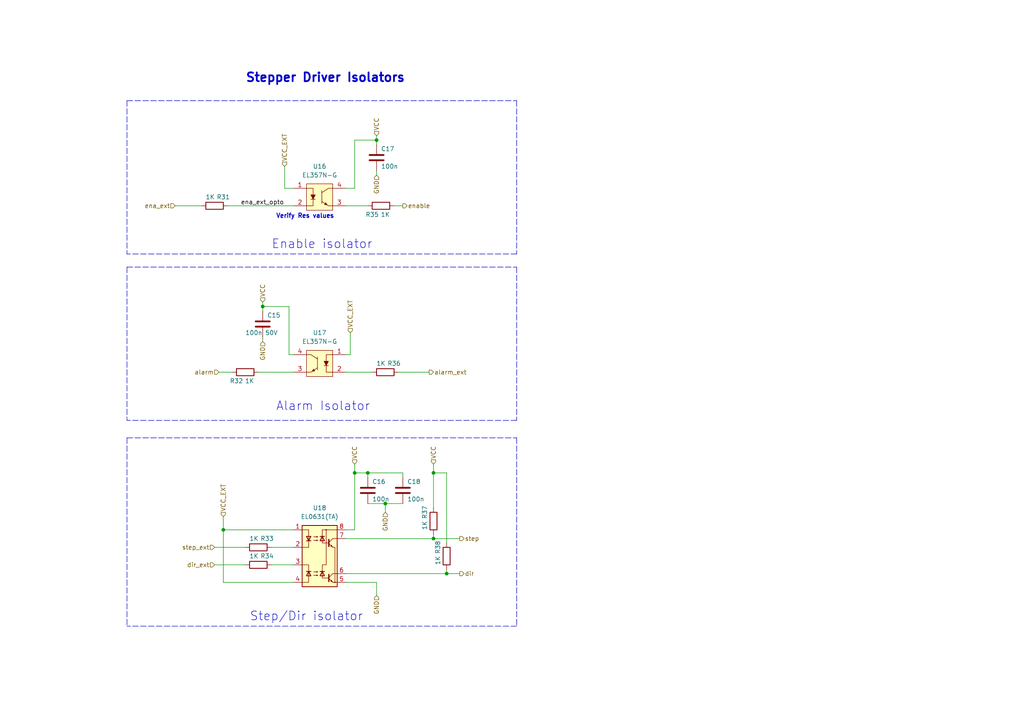
<source format=kicad_sch>
(kicad_sch (version 20211123) (generator eeschema)
  (paper "A4")
  (lib_symbols
    (symbol "Device:C" (pin_numbers hide) (pin_names (offset 0.254))
      (property "Reference" "C" (at 0.635 2.54 0))
      (property "Value" "C" (at 0.635 -2.54 0))
      (symbol "C_0_1"
        (polyline (pts (xy -2.032 -0.762) (xy 2.032 -0.762)) (stroke (width 0.508)))
        (polyline (pts (xy -2.032 0.762) (xy 2.032 0.762)) (stroke (width 0.508)))
      )
      (symbol "C_1_1"
        (pin passive line (at 0 3.81 270) (length 2.794) (name "~") (number "1"))
        (pin passive line (at 0 -3.81 90) (length 2.794) (name "~") (number "2"))
      )
    )
    (symbol "Device:R" (pin_numbers hide) (pin_names (offset 0))
      (property "Reference" "R" (at 2.032 0 90))
      (property "Value" "R" (at 0 0 90))
      (symbol "R_0_1"
        (rectangle (start -1.016 -2.54) (end 1.016 2.54) (stroke (width 0.254)))
      )
      (symbol "R_1_1"
        (pin passive line (at 0 3.81 270) (length 1.27) (name "~") (number "1"))
        (pin passive line (at 0 -3.81 90) (length 1.27) (name "~") (number "2"))
      )
    )
    (symbol "Isolator:PS8802-2" (pin_names hide)
      (property "Reference" "U" (at -5.08 10.16 0))
      (property "Value" "PS8802-2" (at 0 10.16 0))
      (symbol "PS8802-2_0_1"
        (rectangle (start -5.08 8.89) (end 5.08 -8.89) (stroke (width 0.254)) (fill (type background)))
        (polyline (pts (xy -3.81 -4.445) (xy -2.54 -4.445)) (stroke (width 0.254)))
        (polyline (pts (xy -3.81 4.445) (xy -2.54 4.445)) (stroke (width 0.254)))
        (polyline (pts (xy 0.762 -6.35) (xy 0.762 -5.715)))
        (polyline (pts (xy 1.397 -4.445) (xy 0.127 -4.445)) (stroke (width 0.254)))
        (polyline (pts (xy 1.397 5.715) (xy 0.127 5.715)) (stroke (width 0.254)))
        (polyline (pts (xy 2.667 -6.477) (xy 3.81 -7.62)))
        (polyline (pts (xy 2.667 -6.223) (xy 3.81 -5.08)))
        (polyline (pts (xy 2.667 3.683) (xy 3.81 2.54)))
        (polyline (pts (xy 2.667 3.937) (xy 3.81 5.08)))
        (polyline (pts (xy 3.81 -7.62) (xy 5.08 -7.62)))
        (polyline (pts (xy 3.81 -5.08) (xy 5.08 -5.08)))
        (polyline (pts (xy 3.81 2.54) (xy 4.445 2.54)))
        (polyline (pts (xy 3.81 5.08) (xy 5.08 5.08)))
        (polyline (pts (xy 4.445 2.54) (xy 4.445 -7.62)))
        (polyline (pts (xy 0.762 -6.35) (xy 1.905 -6.35) (xy 2.54 -6.35)))
        (polyline (pts (xy 0.762 4.445) (xy 0.762 7.62) (xy 5.08 7.62)))
        (polyline (pts (xy 2.667 -5.334) (xy 2.667 -7.366) (xy 2.667 -7.366)) (stroke (width 0.3556)))
        (polyline (pts (xy 2.667 4.826) (xy 2.667 2.794) (xy 2.667 2.794)) (stroke (width 0.3556)))
        (polyline (pts (xy -5.08 -2.54) (xy -3.175 -2.54) (xy -3.175 -7.62) (xy -5.08 -7.62)))
        (polyline (pts (xy -5.08 2.54) (xy -3.175 2.54) (xy -3.175 7.62) (xy -5.08 7.62)))
        (polyline (pts (xy -3.175 -4.445) (xy -3.81 -5.715) (xy -2.54 -5.715) (xy -3.175 -4.445)) (stroke (width 0.254)))
        (polyline (pts (xy -3.175 4.445) (xy -3.81 5.715) (xy -2.54 5.715) (xy -3.175 4.445)) (stroke (width 0.254)))
        (polyline (pts (xy 0.762 -5.715) (xy 0.762 -2.54) (xy 1.905 -2.54) (xy 1.905 7.62)))
        (polyline (pts (xy 0.762 -4.445) (xy 1.397 -5.715) (xy 0.127 -5.715) (xy 0.762 -4.445)) (stroke (width 0.254)))
        (polyline (pts (xy 0.762 4.445) (xy 0.762 3.81) (xy 1.905 3.81) (xy 2.54 3.81)))
        (polyline (pts (xy 0.762 5.715) (xy 1.397 4.445) (xy 0.127 4.445) (xy 0.762 5.715)) (stroke (width 0.254)))
        (polyline (pts (xy 3.683 -7.493) (xy 3.429 -6.985) (xy 3.175 -7.239) (xy 3.683 -7.493)))
        (polyline (pts (xy 3.683 2.667) (xy 3.429 3.175) (xy 3.175 2.921) (xy 3.683 2.667)))
        (polyline (pts (xy -1.778 -5.588) (xy -0.508 -5.588) (xy -0.889 -5.715) (xy -0.889 -5.461) (xy -0.508 -5.588)))
        (polyline (pts (xy -1.778 -4.572) (xy -0.508 -4.572) (xy -0.889 -4.699) (xy -0.889 -4.445) (xy -0.508 -4.572)))
        (polyline (pts (xy -1.778 4.572) (xy -0.508 4.572) (xy -0.889 4.445) (xy -0.889 4.699) (xy -0.508 4.572)))
        (polyline (pts (xy -1.778 5.588) (xy -0.508 5.588) (xy -0.889 5.461) (xy -0.889 5.715) (xy -0.508 5.588)))
        (circle (center 1.905 7.62) (radius 0.127))
        (circle (center 4.445 -7.62) (radius 0.127))
      )
      (symbol "PS8802-2_1_1"
        (pin passive line (at -7.62 7.62 0) (length 2.54) (name "A1") (number "1"))
        (pin passive line (at -7.62 2.54 0) (length 2.54) (name "C1") (number "2"))
        (pin passive line (at -7.62 -2.54 0) (length 2.54) (name "C2") (number "3"))
        (pin passive line (at -7.62 -7.62 0) (length 2.54) (name "A2") (number "4"))
        (pin passive line (at 7.62 -7.62 180) (length 2.54) (name "GND") (number "5"))
        (pin passive line (at 7.62 -5.08 180) (length 2.54) (name "VO2") (number "6"))
        (pin passive line (at 7.62 5.08 180) (length 2.54) (name "VO1") (number "7"))
        (pin passive line (at 7.62 7.62 180) (length 2.54) (name "VCC") (number "8"))
      )
    )
    (symbol "PersonnalSymbolLibrary:EL357N-G"
      (property "Reference" "U" (at -1.27 7.62 0))
      (property "Value" "EL357N-G" (at 0 5.08 0))
      (symbol "EL357N-G_0_1"
        (rectangle (start -3.81 3.81) (end 3.81 -3.81) (fill (type background)))
        (polyline (pts (xy -2.54 -0.635) (xy -1.27 -0.635)))
        (polyline (pts (xy 0.635 1.905) (xy 0.635 -1.905)))
        (polyline (pts (xy -3.81 -2.54) (xy -1.905 -2.54) (xy -1.905 -0.635)))
        (polyline (pts (xy -3.81 2.54) (xy -1.905 2.54) (xy -1.905 0.635)))
        (polyline (pts (xy 0.635 -1.27) (xy 2.54 -2.54) (xy 3.81 -2.54)))
        (polyline (pts (xy 0.635 1.27) (xy 2.54 2.54) (xy 3.81 2.54)))
        (polyline (pts (xy -2.54 0.635) (xy -1.27 0.635) (xy -1.905 -0.635) (xy -2.54 0.635)) (fill (type outline)))
        (polyline (pts (xy 2.159 -2.286) (xy 1.778 -1.651) (xy 1.397 -2.159) (xy 2.159 -2.286)) (fill (type outline)))
      )
      (symbol "EL357N-G_1_1"
        (pin passive line (at -7.62 2.54 0) (length 3.81) (name "~") (number "1"))
        (pin passive line (at -7.62 -2.54 0) (length 3.81) (name "~") (number "2"))
        (pin passive line (at 7.62 -2.54 180) (length 3.81) (name "~") (number "3"))
        (pin passive line (at 7.62 2.54 180) (length 3.81) (name "~") (number "4"))
      )
    )
    (symbol "QuarkCncQuadDriver:EL357N-G"
      (property "Reference" "U" (at -1.27 7.62 0))
      (property "Value" "EL357N-G" (at 0 5.08 0))
      (symbol "EL357N-G_0_1"
        (rectangle (start -3.81 3.81) (end 3.81 -3.81) (fill (type background)))
        (polyline (pts (xy -2.54 -0.635) (xy -1.27 -0.635)))
        (polyline (pts (xy 0.635 1.905) (xy 0.635 -1.905)))
        (polyline (pts (xy -3.81 -2.54) (xy -1.905 -2.54) (xy -1.905 -0.635)))
        (polyline (pts (xy -3.81 2.54) (xy -1.905 2.54) (xy -1.905 0.635)))
        (polyline (pts (xy 0.635 -1.27) (xy 2.54 -2.54) (xy 3.81 -2.54)))
        (polyline (pts (xy 0.635 1.27) (xy 2.54 2.54) (xy 3.81 2.54)))
        (polyline (pts (xy -2.54 0.635) (xy -1.27 0.635) (xy -1.905 -0.635) (xy -2.54 0.635)) (fill (type outline)))
        (polyline (pts (xy 2.159 -2.286) (xy 1.778 -1.651) (xy 1.397 -2.159) (xy 2.159 -2.286)) (fill (type outline)))
      )
      (symbol "EL357N-G_1_1"
        (pin passive line (at -7.62 2.54 0) (length 3.81) (name "~") (number "1"))
        (pin passive line (at -7.62 -2.54 0) (length 3.81) (name "~") (number "2"))
        (pin passive line (at 7.62 -2.54 180) (length 3.81) (name "~") (number "3"))
        (pin passive line (at 7.62 2.54 180) (length 3.81) (name "~") (number "4"))
      )
    )
  )
  (junction (at 129.54 166.37))
  (junction (at 64.77 153.67))
  (junction (at 109.22 40.64))
  (junction (at 125.73 137.16))
  (junction (at 111.76 146.05))
  (junction (at 106.68 137.16))
  (junction (at 102.87 137.16))
  (junction (at 76.2 88.9))
  (junction (at 125.73 156.21))
  (wire (pts (xy 64.77 149.86) (xy 64.77 153.67)))
  (polyline (pts (xy 149.86 181.61) (xy 36.83 181.61)))
  (wire (pts (xy 50.8 59.69) (xy 58.42 59.69)))
  (polyline (pts (xy 36.83 29.21) (xy 36.83 73.66)))
  (polyline (pts (xy 149.86 121.92) (xy 36.83 121.92)))
  (wire (pts (xy 100.33 168.91) (xy 109.22 168.91)))
  (wire (pts (xy 102.87 134.62) (xy 102.87 137.16)))
  (wire (pts (xy 64.77 153.67) (xy 64.77 168.91)))
  (polyline (pts (xy 149.86 29.21) (xy 149.86 73.66)))
  (wire (pts (xy 63.5 107.95) (xy 67.31 107.95)))
  (wire (pts (xy 109.22 40.64) (xy 109.22 41.91)))
  (wire (pts (xy 125.73 137.16) (xy 129.54 137.16)))
  (wire (pts (xy 78.74 158.75) (xy 85.09 158.75)))
  (wire (pts (xy 82.55 48.26) (xy 82.55 54.61)))
  (wire (pts (xy 76.2 97.79) (xy 76.2 99.06)))
  (polyline (pts (xy 36.83 127) (xy 36.83 181.61)))
  (wire (pts (xy 116.84 138.43) (xy 116.84 137.16)))
  (polyline (pts (xy 36.83 127) (xy 149.86 127)))
  (wire (pts (xy 125.73 137.16) (xy 125.73 147.32)))
  (polyline (pts (xy 149.86 77.47) (xy 149.86 121.92)))
  (wire (pts (xy 64.77 153.67) (xy 85.09 153.67)))
  (wire (pts (xy 101.6 96.52) (xy 101.6 102.87)))
  (wire (pts (xy 83.82 88.9) (xy 76.2 88.9)))
  (wire (pts (xy 78.74 163.83) (xy 85.09 163.83)))
  (wire (pts (xy 66.04 59.69) (xy 85.09 59.69)))
  (polyline (pts (xy 149.86 73.66) (xy 36.83 73.66)))
  (wire (pts (xy 111.76 146.05) (xy 116.84 146.05)))
  (polyline (pts (xy 36.83 77.47) (xy 36.83 121.92)))
  (polyline (pts (xy 36.83 77.47) (xy 149.86 77.47)))
  (wire (pts (xy 100.33 153.67) (xy 102.87 153.67)))
  (wire (pts (xy 109.22 39.37) (xy 109.22 40.64)))
  (wire (pts (xy 129.54 137.16) (xy 129.54 157.48)))
  (polyline (pts (xy 36.83 29.21) (xy 149.86 29.21)))
  (wire (pts (xy 100.33 54.61) (xy 102.87 54.61)))
  (wire (pts (xy 106.68 137.16) (xy 106.68 138.43)))
  (wire (pts (xy 129.54 166.37) (xy 133.35 166.37)))
  (wire (pts (xy 102.87 40.64) (xy 109.22 40.64)))
  (wire (pts (xy 106.68 137.16) (xy 116.84 137.16)))
  (wire (pts (xy 100.33 166.37) (xy 129.54 166.37)))
  (wire (pts (xy 115.57 107.95) (xy 124.46 107.95)))
  (wire (pts (xy 100.33 107.95) (xy 107.95 107.95)))
  (wire (pts (xy 83.82 88.9) (xy 83.82 102.87)))
  (wire (pts (xy 111.76 146.05) (xy 111.76 148.59)))
  (wire (pts (xy 125.73 154.94) (xy 125.73 156.21)))
  (wire (pts (xy 62.23 163.83) (xy 71.12 163.83)))
  (wire (pts (xy 100.33 102.87) (xy 101.6 102.87)))
  (polyline (pts (xy 149.86 127) (xy 149.86 181.61)))
  (wire (pts (xy 100.33 59.69) (xy 106.68 59.69)))
  (wire (pts (xy 62.23 158.75) (xy 71.12 158.75)))
  (wire (pts (xy 82.55 54.61) (xy 85.09 54.61)))
  (wire (pts (xy 102.87 137.16) (xy 102.87 153.67)))
  (wire (pts (xy 109.22 168.91) (xy 109.22 172.72)))
  (wire (pts (xy 102.87 137.16) (xy 106.68 137.16)))
  (wire (pts (xy 74.93 107.95) (xy 85.09 107.95)))
  (wire (pts (xy 100.33 156.21) (xy 125.73 156.21)))
  (wire (pts (xy 129.54 165.1) (xy 129.54 166.37)))
  (wire (pts (xy 106.68 146.05) (xy 111.76 146.05)))
  (wire (pts (xy 76.2 88.9) (xy 76.2 90.17)))
  (wire (pts (xy 76.2 87.63) (xy 76.2 88.9)))
  (wire (pts (xy 64.77 168.91) (xy 85.09 168.91)))
  (wire (pts (xy 114.3 59.69) (xy 116.84 59.69)))
  (wire (pts (xy 125.73 134.62) (xy 125.73 137.16)))
  (wire (pts (xy 125.73 156.21) (xy 133.35 156.21)))
  (wire (pts (xy 109.22 49.53) (xy 109.22 50.8)))
  (wire (pts (xy 102.87 54.61) (xy 102.87 40.64)))
  (wire (pts (xy 85.09 102.87) (xy 83.82 102.87)))
  (text "Stepper Driver Isolators" (at 71.12 24.13 0) (effects (font (size 2.54 2.54) bold) (justify left bottom)))
  (text "Enable isolator" (at 78.74 72.39 0) (effects (font (size 2.54 2.54)) (justify left bottom)))
  (text "Step/Dir isolator" (at 72.39 180.34 0) (effects (font (size 2.54 2.54)) (justify left bottom)))
  (text "Alarm Isolator" (at 80.01 119.38 0) (effects (font (size 2.54 2.54)) (justify left bottom)))
  (text "Verify Res values" (at 80.01 63.5 0) (effects (font (size 1.27 1.27) (thickness 0.254) bold) (justify left bottom)))
  (label "ena_ext_opto" (at 69.85 59.69 0))
  (hierarchical_label "step" (shape output) (at 133.35 156.21 0))
  (hierarchical_label "enable" (shape output) (at 116.84 59.69 0))
  (hierarchical_label "VCC" (shape input) (at 125.73 134.62 90))
  (hierarchical_label "VCC_EXT" (shape input) (at 82.55 48.26 90))
  (hierarchical_label "ena_ext" (shape input) (at 50.8 59.69 180))
  (hierarchical_label "VCC" (shape input) (at 76.2 87.63 90))
  (hierarchical_label "dir_ext" (shape input) (at 62.23 163.83 180))
  (hierarchical_label "GND" (shape input) (at 109.22 50.8 270))
  (hierarchical_label "VCC_EXT" (shape input) (at 64.77 149.86 90))
  (hierarchical_label "step_ext" (shape input) (at 62.23 158.75 180))
  (hierarchical_label "VCC" (shape input) (at 102.87 134.62 90))
  (hierarchical_label "GND" (shape input) (at 111.76 148.59 270))
  (hierarchical_label "VCC" (shape input) (at 109.22 39.37 90))
  (hierarchical_label "alarm_ext" (shape output) (at 124.46 107.95 0))
  (hierarchical_label "GND" (shape input) (at 109.22 172.72 270))
  (hierarchical_label "dir" (shape output) (at 133.35 166.37 0))
  (hierarchical_label "VCC_EXT" (shape input) (at 101.6 96.52 90))
  (hierarchical_label "alarm" (shape input) (at 63.5 107.95 180))
  (hierarchical_label "GND" (shape input) (at 76.2 99.06 270))
  (symbol (lib_id "Device:R") (at 110.49 59.69 270) (unit 1)
    (property "Reference" "R35" (at 107.95 62.23 90))
    (property "Value" "1K" (at 111.76 62.23 90))
    (property "Footprint" "Resistor_SMD:R_0402_1005Metric" (effects hide))
    (property "LCSC" "C11702" (effects hide))
  )
  (symbol (lib_id "PersonnalSymbolLibrary:EL357N-G") (at 92.71 105.41 0) (mirror y) (unit 1)
    (property "Reference" "U17" (at 92.71 96.52 0))
    (property "Value" "EL357N-G" (at 92.71 99.06 0))
    (property "Footprint" "ELM357N-G:SOP254P700X200-4N" (effects hide))
    (property "LCSC" "C6649" (effects hide))
  )
  (symbol (lib_id "Device:R") (at 129.54 161.29 180) (unit 1)
    (property "Reference" "R38" (at 127 158.75 90))
    (property "Value" "1K" (at 127 162.56 90))
    (property "Footprint" "Resistor_SMD:R_0402_1005Metric" (effects hide))
    (property "LCSC" "C11702" (effects hide))
  )
  (symbol (lib_id "Device:R") (at 74.93 163.83 90) (unit 1)
    (property "Reference" "R34" (at 77.47 161.29 90))
    (property "Value" "1K" (at 73.66 161.29 90))
    (property "Footprint" "Resistor_SMD:R_0402_1005Metric" (effects hide))
    (property "LCSC" "C11702" (effects hide))
  )
  (symbol (lib_id "Device:R") (at 71.12 107.95 270) (unit 1)
    (property "Reference" "R32" (at 68.58 110.49 90))
    (property "Value" "1K" (at 72.39 110.49 90))
    (property "Footprint" "Resistor_SMD:R_0402_1005Metric" (effects hide))
    (property "LCSC" "C11702" (effects hide))
  )
  (symbol (lib_id "Device:C") (at 106.68 142.24 0) (unit 1)
    (property "Reference" "C16" (at 107.95 139.7 0) (effects (justify left)))
    (property "Value" "100n" (at 107.95 144.78 0) (effects (justify left)))
    (property "Footprint" "Capacitor_SMD:C_0402_1005Metric" (effects hide))
    (property "LCSC" "C307331" (effects hide))
  )
  (symbol (lib_id "Device:R") (at 111.76 107.95 90) (unit 1)
    (property "Reference" "R36" (at 114.3 105.41 90))
    (property "Value" "1K" (at 110.49 105.41 90))
    (property "Footprint" "Resistor_SMD:R_0402_1005Metric" (effects hide))
    (property "LCSC" "C11702" (effects hide))
  )
  (symbol (lib_id "Device:C") (at 116.84 142.24 0) (unit 1)
    (property "Reference" "C18" (at 118.11 139.7 0) (effects (justify left)))
    (property "Value" "100n" (at 118.11 144.78 0) (effects (justify left)))
    (property "Footprint" "Capacitor_SMD:C_0402_1005Metric" (effects hide))
    (property "LCSC" "C307331" (effects hide))
  )
  (symbol (lib_id "QuarkCncQuadDriver:EL357N-G") (at 92.71 57.15 0) (unit 1)
    (property "Reference" "U16" (at 92.71 48.26 0))
    (property "Value" "EL357N-G" (at 92.71 50.8 0))
    (property "Footprint" "ELM357N-G:SOP254P700X200-4N" (effects hide))
    (property "LCSC" "C6649" (effects hide))
  )
  (symbol (lib_id "Device:R") (at 74.93 158.75 90) (unit 1)
    (property "Reference" "R33" (at 77.47 156.21 90))
    (property "Value" "1K" (at 73.66 156.21 90))
    (property "Footprint" "Resistor_SMD:R_0402_1005Metric" (effects hide))
    (property "LCSC" "C11702" (effects hide))
  )
  (symbol (lib_id "Device:R") (at 62.23 59.69 90) (unit 1)
    (property "Reference" "R31" (at 64.77 57.15 90))
    (property "Value" "1K" (at 60.96 57.15 90))
    (property "Footprint" "Resistor_SMD:R_0402_1005Metric" (effects hide))
    (property "LCSC" "C11702" (effects hide))
  )
  (symbol (lib_id "Device:C") (at 109.22 45.72 0) (unit 1)
    (property "Reference" "C17" (at 110.49 43.18 0) (effects (justify left)))
    (property "Value" "100n" (at 110.49 48.26 0) (effects (justify left)))
    (property "Footprint" "Capacitor_SMD:C_0402_1005Metric" (effects hide))
    (property "LCSC" "C307331" (effects hide))
  )
  (symbol (lib_id "Device:C") (at 76.2 93.98 0) (unit 1)
    (property "Reference" "C15" (at 77.47 91.44 0) (effects (justify left)))
    (property "Value" "100n 50V" (at 71.12 96.52 0) (effects (justify left)))
    (property "Footprint" "Capacitor_SMD:C_0402_1005Metric" (effects hide))
    (property "LCSC" "C307331" (effects hide))
  )
  (symbol (lib_id "Isolator:PS8802-2") (at 92.71 161.29 0) (unit 1)
    (property "Reference" "U18" (at 92.71 147.32 0))
    (property "Value" "EL0631(TA)" (at 92.71 149.86 0))
    (property "Footprint" "Package_SO:SSOP-8_3.95x5.21x3.27mm_P1.27mm" (effects hide))
    (property "Datasheet" "http://www.cel.com/pdf/datasheets/ps8802.pdf" (effects hide))
    (property "LCSC" "C465944" (effects hide))
  )
  (symbol (lib_id "Device:R") (at 125.73 151.13 180) (unit 1)
    (property "Reference" "R37" (at 123.19 148.59 90))
    (property "Value" "1K" (at 123.19 152.4 90))
    (property "Footprint" "Resistor_SMD:R_0402_1005Metric" (effects hide))
    (property "LCSC" "C11702" (effects hide))
  )
)
</source>
